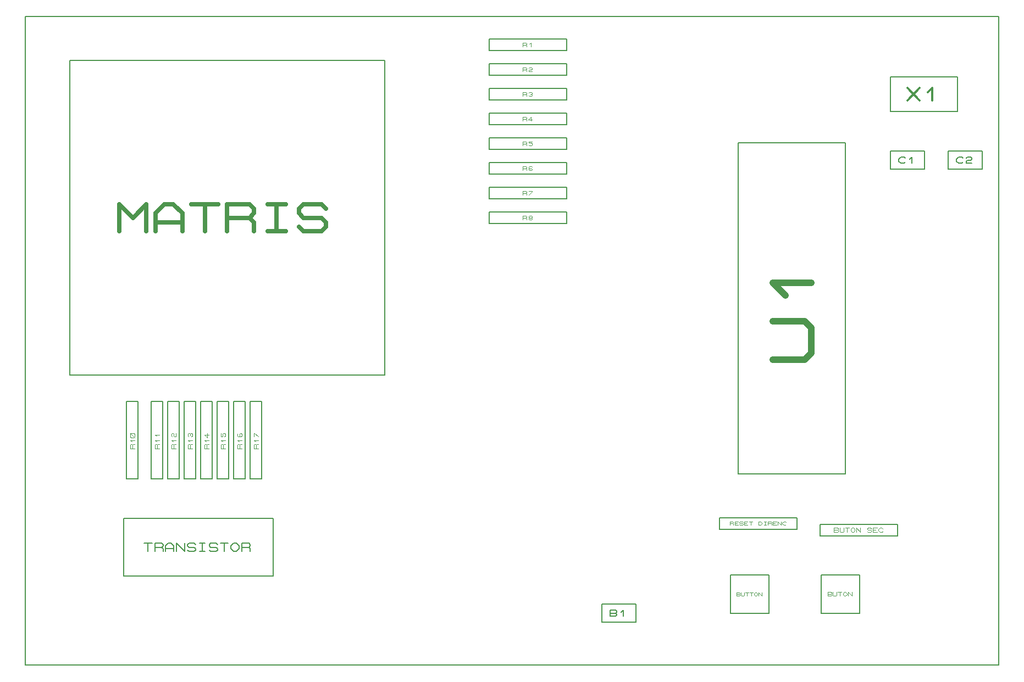
<source format=gbr>
G04 PROTEUS GERBER X2 FILE*
%TF.GenerationSoftware,Labcenter,Proteus,8.5-SP0-Build22067*%
%TF.CreationDate,2018-12-10T22:23:18+00:00*%
%TF.FileFunction,AssemblyDrawing,Top*%
%TF.FilePolarity,Positive*%
%TF.Part,Single*%
%FSLAX45Y45*%
%MOMM*%
G01*
%TA.AperFunction,Profile*%
%ADD17C,0.203200*%
%ADD27C,0.692330*%
%TA.AperFunction,Material*%
%ADD71C,0.203200*%
%ADD28C,0.990600*%
%ADD29C,0.316990*%
%ADD72C,0.164590*%
%ADD73C,0.106680*%
%ADD30C,0.209660*%
%ADD31C,0.098630*%
%ADD32C,0.091830*%
%ADD33C,0.084540*%
D17*
X-7750000Y-5500000D02*
X+7250000Y-5500000D01*
X+7250000Y+4500000D01*
X-7750000Y+4500000D01*
X-7750000Y-5500000D01*
X-7058660Y-1026160D02*
X-2212340Y-1026160D01*
X-2212340Y+3820160D01*
X-7058660Y+3820160D01*
X-7058660Y-1026160D01*
D27*
X-6297092Y+1189301D02*
X-6297092Y+1604699D01*
X-6089393Y+1397000D01*
X-5881694Y+1604699D01*
X-5881694Y+1189301D01*
X-5743228Y+1189301D02*
X-5743228Y+1466233D01*
X-5604762Y+1604699D01*
X-5466296Y+1604699D01*
X-5327830Y+1466233D01*
X-5327830Y+1189301D01*
X-5743228Y+1327767D02*
X-5327830Y+1327767D01*
X-5189364Y+1604699D02*
X-4773966Y+1604699D01*
X-4981665Y+1604699D02*
X-4981665Y+1189301D01*
X-4635500Y+1189301D02*
X-4635500Y+1604699D01*
X-4289335Y+1604699D01*
X-4220102Y+1535466D01*
X-4220102Y+1466233D01*
X-4289335Y+1397000D01*
X-4635500Y+1397000D01*
X-4289335Y+1397000D02*
X-4220102Y+1327767D01*
X-4220102Y+1189301D01*
X-4012403Y+1604699D02*
X-3735471Y+1604699D01*
X-3873937Y+1604699D02*
X-3873937Y+1189301D01*
X-4012403Y+1189301D02*
X-3735471Y+1189301D01*
X-3527772Y+1258534D02*
X-3458539Y+1189301D01*
X-3181607Y+1189301D01*
X-3112374Y+1258534D01*
X-3112374Y+1327767D01*
X-3181607Y+1397000D01*
X-3458539Y+1397000D01*
X-3527772Y+1466233D01*
X-3527772Y+1535466D01*
X-3458539Y+1604699D01*
X-3181607Y+1604699D01*
X-3112374Y+1535466D01*
D71*
X+3238500Y-2550160D02*
X+4889500Y-2550160D01*
X+4889500Y+2550160D01*
X+3238500Y+2550160D01*
X+3238500Y-2550160D01*
D28*
X+3766820Y-792480D02*
X+4262120Y-792480D01*
X+4361180Y-693420D01*
X+4361180Y-297180D01*
X+4262120Y-198120D01*
X+3766820Y-198120D01*
X+3964940Y+198120D02*
X+3766820Y+396240D01*
X+4361180Y+396240D01*
D71*
X+5577840Y+3037840D02*
X+6614160Y+3037840D01*
X+6614160Y+3566160D01*
X+5577840Y+3566160D01*
X+5577840Y+3037840D01*
D29*
X+5842407Y+3397097D02*
X+6032601Y+3206902D01*
X+5842407Y+3206902D02*
X+6032601Y+3397097D01*
X+6159398Y+3333699D02*
X+6222796Y+3397097D01*
X+6222796Y+3206902D01*
D71*
X+5577840Y+2148840D02*
X+6106160Y+2148840D01*
X+6106160Y+2423160D01*
X+5577840Y+2423160D01*
X+5577840Y+2148840D01*
D72*
X+5809081Y+2253081D02*
X+5792622Y+2236622D01*
X+5743245Y+2236622D01*
X+5710327Y+2269540D01*
X+5710327Y+2302459D01*
X+5743245Y+2335377D01*
X+5792622Y+2335377D01*
X+5809081Y+2318918D01*
X+5874918Y+2302459D02*
X+5907836Y+2335377D01*
X+5907836Y+2236622D01*
D71*
X+6466840Y+2148840D02*
X+6995160Y+2148840D01*
X+6995160Y+2423160D01*
X+6466840Y+2423160D01*
X+6466840Y+2148840D01*
D72*
X+6698081Y+2253081D02*
X+6681622Y+2236622D01*
X+6632245Y+2236622D01*
X+6599327Y+2269540D01*
X+6599327Y+2302459D01*
X+6632245Y+2335377D01*
X+6681622Y+2335377D01*
X+6698081Y+2318918D01*
X+6747459Y+2318918D02*
X+6763918Y+2335377D01*
X+6813295Y+2335377D01*
X+6829754Y+2318918D01*
X+6829754Y+2302459D01*
X+6813295Y+2286000D01*
X+6763918Y+2286000D01*
X+6747459Y+2269540D01*
X+6747459Y+2236622D01*
X+6829754Y+2236622D01*
D71*
X-596900Y+3975100D02*
X+596900Y+3975100D01*
X+596900Y+4152900D01*
X-596900Y+4152900D01*
X-596900Y+3975100D01*
D73*
X-85344Y+4031996D02*
X-85344Y+4096004D01*
X-32004Y+4096004D01*
X-21336Y+4085336D01*
X-21336Y+4074668D01*
X-32004Y+4064000D01*
X-85344Y+4064000D01*
X-32004Y+4064000D02*
X-21336Y+4053332D01*
X-21336Y+4031996D01*
X+21336Y+4074668D02*
X+42672Y+4096004D01*
X+42672Y+4031996D01*
D71*
X-596900Y+3594100D02*
X+596900Y+3594100D01*
X+596900Y+3771900D01*
X-596900Y+3771900D01*
X-596900Y+3594100D01*
D73*
X-85344Y+3650996D02*
X-85344Y+3715004D01*
X-32004Y+3715004D01*
X-21336Y+3704336D01*
X-21336Y+3693668D01*
X-32004Y+3683000D01*
X-85344Y+3683000D01*
X-32004Y+3683000D02*
X-21336Y+3672332D01*
X-21336Y+3650996D01*
X+10668Y+3704336D02*
X+21336Y+3715004D01*
X+53340Y+3715004D01*
X+64008Y+3704336D01*
X+64008Y+3693668D01*
X+53340Y+3683000D01*
X+21336Y+3683000D01*
X+10668Y+3672332D01*
X+10668Y+3650996D01*
X+64008Y+3650996D01*
D71*
X-596900Y+3213100D02*
X+596900Y+3213100D01*
X+596900Y+3390900D01*
X-596900Y+3390900D01*
X-596900Y+3213100D01*
D73*
X-85344Y+3269996D02*
X-85344Y+3334004D01*
X-32004Y+3334004D01*
X-21336Y+3323336D01*
X-21336Y+3312668D01*
X-32004Y+3302000D01*
X-85344Y+3302000D01*
X-32004Y+3302000D02*
X-21336Y+3291332D01*
X-21336Y+3269996D01*
X+10668Y+3323336D02*
X+21336Y+3334004D01*
X+53340Y+3334004D01*
X+64008Y+3323336D01*
X+64008Y+3312668D01*
X+53340Y+3302000D01*
X+64008Y+3291332D01*
X+64008Y+3280664D01*
X+53340Y+3269996D01*
X+21336Y+3269996D01*
X+10668Y+3280664D01*
X+32004Y+3302000D02*
X+53340Y+3302000D01*
D71*
X-596900Y+2832100D02*
X+596900Y+2832100D01*
X+596900Y+3009900D01*
X-596900Y+3009900D01*
X-596900Y+2832100D01*
D73*
X-85344Y+2888996D02*
X-85344Y+2953004D01*
X-32004Y+2953004D01*
X-21336Y+2942336D01*
X-21336Y+2931668D01*
X-32004Y+2921000D01*
X-85344Y+2921000D01*
X-32004Y+2921000D02*
X-21336Y+2910332D01*
X-21336Y+2888996D01*
X+64008Y+2910332D02*
X+0Y+2910332D01*
X+42672Y+2953004D01*
X+42672Y+2888996D01*
D71*
X-596900Y+2451100D02*
X+596900Y+2451100D01*
X+596900Y+2628900D01*
X-596900Y+2628900D01*
X-596900Y+2451100D01*
D73*
X-85344Y+2507996D02*
X-85344Y+2572004D01*
X-32004Y+2572004D01*
X-21336Y+2561336D01*
X-21336Y+2550668D01*
X-32004Y+2540000D01*
X-85344Y+2540000D01*
X-32004Y+2540000D02*
X-21336Y+2529332D01*
X-21336Y+2507996D01*
X+64008Y+2572004D02*
X+10668Y+2572004D01*
X+10668Y+2550668D01*
X+53340Y+2550668D01*
X+64008Y+2540000D01*
X+64008Y+2518664D01*
X+53340Y+2507996D01*
X+21336Y+2507996D01*
X+10668Y+2518664D01*
D71*
X-596900Y+2070100D02*
X+596900Y+2070100D01*
X+596900Y+2247900D01*
X-596900Y+2247900D01*
X-596900Y+2070100D01*
D73*
X-85344Y+2126996D02*
X-85344Y+2191004D01*
X-32004Y+2191004D01*
X-21336Y+2180336D01*
X-21336Y+2169668D01*
X-32004Y+2159000D01*
X-85344Y+2159000D01*
X-32004Y+2159000D02*
X-21336Y+2148332D01*
X-21336Y+2126996D01*
X+64008Y+2180336D02*
X+53340Y+2191004D01*
X+21336Y+2191004D01*
X+10668Y+2180336D01*
X+10668Y+2137664D01*
X+21336Y+2126996D01*
X+53340Y+2126996D01*
X+64008Y+2137664D01*
X+64008Y+2148332D01*
X+53340Y+2159000D01*
X+10668Y+2159000D01*
D71*
X-596900Y+1689100D02*
X+596900Y+1689100D01*
X+596900Y+1866900D01*
X-596900Y+1866900D01*
X-596900Y+1689100D01*
D73*
X-85344Y+1745996D02*
X-85344Y+1810004D01*
X-32004Y+1810004D01*
X-21336Y+1799336D01*
X-21336Y+1788668D01*
X-32004Y+1778000D01*
X-85344Y+1778000D01*
X-32004Y+1778000D02*
X-21336Y+1767332D01*
X-21336Y+1745996D01*
X+10668Y+1810004D02*
X+64008Y+1810004D01*
X+64008Y+1799336D01*
X+10668Y+1745996D01*
D71*
X-596900Y+1308100D02*
X+596900Y+1308100D01*
X+596900Y+1485900D01*
X-596900Y+1485900D01*
X-596900Y+1308100D01*
D73*
X-85344Y+1364996D02*
X-85344Y+1429004D01*
X-32004Y+1429004D01*
X-21336Y+1418336D01*
X-21336Y+1407668D01*
X-32004Y+1397000D01*
X-85344Y+1397000D01*
X-32004Y+1397000D02*
X-21336Y+1386332D01*
X-21336Y+1364996D01*
X+21336Y+1397000D02*
X+10668Y+1407668D01*
X+10668Y+1418336D01*
X+21336Y+1429004D01*
X+53340Y+1429004D01*
X+64008Y+1418336D01*
X+64008Y+1407668D01*
X+53340Y+1397000D01*
X+21336Y+1397000D01*
X+10668Y+1386332D01*
X+10668Y+1375664D01*
X+21336Y+1364996D01*
X+53340Y+1364996D01*
X+64008Y+1375664D01*
X+64008Y+1386332D01*
X+53340Y+1397000D01*
D71*
X-6233160Y-4127500D02*
X-3926840Y-4127500D01*
X-3926840Y-3238500D01*
X-6233160Y-3238500D01*
X-6233160Y-4127500D01*
D30*
X-5918660Y-3620100D02*
X-5792861Y-3620100D01*
X-5855761Y-3620100D02*
X-5855761Y-3745899D01*
X-5750928Y-3745899D02*
X-5750928Y-3620100D01*
X-5646096Y-3620100D01*
X-5625129Y-3641067D01*
X-5625129Y-3662033D01*
X-5646096Y-3683000D01*
X-5750928Y-3683000D01*
X-5646096Y-3683000D02*
X-5625129Y-3703966D01*
X-5625129Y-3745899D01*
X-5583196Y-3745899D02*
X-5583196Y-3662033D01*
X-5541263Y-3620100D01*
X-5499330Y-3620100D01*
X-5457397Y-3662033D01*
X-5457397Y-3745899D01*
X-5583196Y-3703966D02*
X-5457397Y-3703966D01*
X-5415464Y-3745899D02*
X-5415464Y-3620100D01*
X-5289665Y-3745899D01*
X-5289665Y-3620100D01*
X-5247732Y-3724933D02*
X-5226766Y-3745899D01*
X-5142900Y-3745899D01*
X-5121933Y-3724933D01*
X-5121933Y-3703966D01*
X-5142900Y-3683000D01*
X-5226766Y-3683000D01*
X-5247732Y-3662033D01*
X-5247732Y-3641067D01*
X-5226766Y-3620100D01*
X-5142900Y-3620100D01*
X-5121933Y-3641067D01*
X-5059034Y-3620100D02*
X-4975168Y-3620100D01*
X-5017101Y-3620100D02*
X-5017101Y-3745899D01*
X-5059034Y-3745899D02*
X-4975168Y-3745899D01*
X-4912268Y-3724933D02*
X-4891302Y-3745899D01*
X-4807436Y-3745899D01*
X-4786469Y-3724933D01*
X-4786469Y-3703966D01*
X-4807436Y-3683000D01*
X-4891302Y-3683000D01*
X-4912268Y-3662033D01*
X-4912268Y-3641067D01*
X-4891302Y-3620100D01*
X-4807436Y-3620100D01*
X-4786469Y-3641067D01*
X-4744536Y-3620100D02*
X-4618737Y-3620100D01*
X-4681637Y-3620100D02*
X-4681637Y-3745899D01*
X-4576804Y-3662033D02*
X-4534871Y-3620100D01*
X-4492938Y-3620100D01*
X-4451005Y-3662033D01*
X-4451005Y-3703966D01*
X-4492938Y-3745899D01*
X-4534871Y-3745899D01*
X-4576804Y-3703966D01*
X-4576804Y-3662033D01*
X-4409072Y-3745899D02*
X-4409072Y-3620100D01*
X-4304240Y-3620100D01*
X-4283273Y-3641067D01*
X-4283273Y-3662033D01*
X-4304240Y-3683000D01*
X-4409072Y-3683000D01*
X-4304240Y-3683000D02*
X-4283273Y-3703966D01*
X-4283273Y-3745899D01*
D71*
X-6184900Y-2628900D02*
X-6007100Y-2628900D01*
X-6007100Y-1435100D01*
X-6184900Y-1435100D01*
X-6184900Y-2628900D01*
D73*
X-6063996Y-2160016D02*
X-6128004Y-2160016D01*
X-6128004Y-2106676D01*
X-6117336Y-2096008D01*
X-6106668Y-2096008D01*
X-6096000Y-2106676D01*
X-6096000Y-2160016D01*
X-6096000Y-2106676D02*
X-6085332Y-2096008D01*
X-6063996Y-2096008D01*
X-6106668Y-2053336D02*
X-6128004Y-2032000D01*
X-6063996Y-2032000D01*
X-6074664Y-1989328D02*
X-6117336Y-1989328D01*
X-6128004Y-1978660D01*
X-6128004Y-1935988D01*
X-6117336Y-1925320D01*
X-6074664Y-1925320D01*
X-6063996Y-1935988D01*
X-6063996Y-1978660D01*
X-6074664Y-1989328D01*
X-6063996Y-1989328D02*
X-6128004Y-1925320D01*
D71*
X-5803900Y-2628900D02*
X-5626100Y-2628900D01*
X-5626100Y-1435100D01*
X-5803900Y-1435100D01*
X-5803900Y-2628900D01*
D73*
X-5682996Y-2160016D02*
X-5747004Y-2160016D01*
X-5747004Y-2106676D01*
X-5736336Y-2096008D01*
X-5725668Y-2096008D01*
X-5715000Y-2106676D01*
X-5715000Y-2160016D01*
X-5715000Y-2106676D02*
X-5704332Y-2096008D01*
X-5682996Y-2096008D01*
X-5725668Y-2053336D02*
X-5747004Y-2032000D01*
X-5682996Y-2032000D01*
X-5725668Y-1967992D02*
X-5747004Y-1946656D01*
X-5682996Y-1946656D01*
D71*
X-5549900Y-2628900D02*
X-5372100Y-2628900D01*
X-5372100Y-1435100D01*
X-5549900Y-1435100D01*
X-5549900Y-2628900D01*
D73*
X-5428996Y-2160016D02*
X-5493004Y-2160016D01*
X-5493004Y-2106676D01*
X-5482336Y-2096008D01*
X-5471668Y-2096008D01*
X-5461000Y-2106676D01*
X-5461000Y-2160016D01*
X-5461000Y-2106676D02*
X-5450332Y-2096008D01*
X-5428996Y-2096008D01*
X-5471668Y-2053336D02*
X-5493004Y-2032000D01*
X-5428996Y-2032000D01*
X-5482336Y-1978660D02*
X-5493004Y-1967992D01*
X-5493004Y-1935988D01*
X-5482336Y-1925320D01*
X-5471668Y-1925320D01*
X-5461000Y-1935988D01*
X-5461000Y-1967992D01*
X-5450332Y-1978660D01*
X-5428996Y-1978660D01*
X-5428996Y-1925320D01*
D71*
X-5295900Y-2628900D02*
X-5118100Y-2628900D01*
X-5118100Y-1435100D01*
X-5295900Y-1435100D01*
X-5295900Y-2628900D01*
D73*
X-5174996Y-2160016D02*
X-5239004Y-2160016D01*
X-5239004Y-2106676D01*
X-5228336Y-2096008D01*
X-5217668Y-2096008D01*
X-5207000Y-2106676D01*
X-5207000Y-2160016D01*
X-5207000Y-2106676D02*
X-5196332Y-2096008D01*
X-5174996Y-2096008D01*
X-5217668Y-2053336D02*
X-5239004Y-2032000D01*
X-5174996Y-2032000D01*
X-5228336Y-1978660D02*
X-5239004Y-1967992D01*
X-5239004Y-1935988D01*
X-5228336Y-1925320D01*
X-5217668Y-1925320D01*
X-5207000Y-1935988D01*
X-5196332Y-1925320D01*
X-5185664Y-1925320D01*
X-5174996Y-1935988D01*
X-5174996Y-1967992D01*
X-5185664Y-1978660D01*
X-5207000Y-1957324D02*
X-5207000Y-1935988D01*
D71*
X-5041900Y-2628900D02*
X-4864100Y-2628900D01*
X-4864100Y-1435100D01*
X-5041900Y-1435100D01*
X-5041900Y-2628900D01*
D73*
X-4920996Y-2160016D02*
X-4985004Y-2160016D01*
X-4985004Y-2106676D01*
X-4974336Y-2096008D01*
X-4963668Y-2096008D01*
X-4953000Y-2106676D01*
X-4953000Y-2160016D01*
X-4953000Y-2106676D02*
X-4942332Y-2096008D01*
X-4920996Y-2096008D01*
X-4963668Y-2053336D02*
X-4985004Y-2032000D01*
X-4920996Y-2032000D01*
X-4942332Y-1925320D02*
X-4942332Y-1989328D01*
X-4985004Y-1946656D01*
X-4920996Y-1946656D01*
D71*
X-4787900Y-2628900D02*
X-4610100Y-2628900D01*
X-4610100Y-1435100D01*
X-4787900Y-1435100D01*
X-4787900Y-2628900D01*
D73*
X-4666996Y-2160016D02*
X-4731004Y-2160016D01*
X-4731004Y-2106676D01*
X-4720336Y-2096008D01*
X-4709668Y-2096008D01*
X-4699000Y-2106676D01*
X-4699000Y-2160016D01*
X-4699000Y-2106676D02*
X-4688332Y-2096008D01*
X-4666996Y-2096008D01*
X-4709668Y-2053336D02*
X-4731004Y-2032000D01*
X-4666996Y-2032000D01*
X-4731004Y-1925320D02*
X-4731004Y-1978660D01*
X-4709668Y-1978660D01*
X-4709668Y-1935988D01*
X-4699000Y-1925320D01*
X-4677664Y-1925320D01*
X-4666996Y-1935988D01*
X-4666996Y-1967992D01*
X-4677664Y-1978660D01*
D71*
X-4533900Y-2628900D02*
X-4356100Y-2628900D01*
X-4356100Y-1435100D01*
X-4533900Y-1435100D01*
X-4533900Y-2628900D01*
D73*
X-4412996Y-2160016D02*
X-4477004Y-2160016D01*
X-4477004Y-2106676D01*
X-4466336Y-2096008D01*
X-4455668Y-2096008D01*
X-4445000Y-2106676D01*
X-4445000Y-2160016D01*
X-4445000Y-2106676D02*
X-4434332Y-2096008D01*
X-4412996Y-2096008D01*
X-4455668Y-2053336D02*
X-4477004Y-2032000D01*
X-4412996Y-2032000D01*
X-4466336Y-1925320D02*
X-4477004Y-1935988D01*
X-4477004Y-1967992D01*
X-4466336Y-1978660D01*
X-4423664Y-1978660D01*
X-4412996Y-1967992D01*
X-4412996Y-1935988D01*
X-4423664Y-1925320D01*
X-4434332Y-1925320D01*
X-4445000Y-1935988D01*
X-4445000Y-1978660D01*
D71*
X-4279900Y-2628900D02*
X-4102100Y-2628900D01*
X-4102100Y-1435100D01*
X-4279900Y-1435100D01*
X-4279900Y-2628900D01*
D73*
X-4158996Y-2160016D02*
X-4223004Y-2160016D01*
X-4223004Y-2106676D01*
X-4212336Y-2096008D01*
X-4201668Y-2096008D01*
X-4191000Y-2106676D01*
X-4191000Y-2160016D01*
X-4191000Y-2106676D02*
X-4180332Y-2096008D01*
X-4158996Y-2096008D01*
X-4201668Y-2053336D02*
X-4223004Y-2032000D01*
X-4158996Y-2032000D01*
X-4223004Y-1978660D02*
X-4223004Y-1925320D01*
X-4212336Y-1925320D01*
X-4158996Y-1978660D01*
D71*
X+1132840Y-4836160D02*
X+1661160Y-4836160D01*
X+1661160Y-4561840D01*
X+1132840Y-4561840D01*
X+1132840Y-4836160D01*
D72*
X+1265327Y-4748378D02*
X+1265327Y-4649623D01*
X+1347622Y-4649623D01*
X+1364081Y-4666082D01*
X+1364081Y-4682541D01*
X+1347622Y-4699000D01*
X+1364081Y-4715460D01*
X+1364081Y-4731919D01*
X+1347622Y-4748378D01*
X+1265327Y-4748378D01*
X+1265327Y-4699000D02*
X+1347622Y-4699000D01*
X+1429918Y-4682541D02*
X+1462836Y-4649623D01*
X+1462836Y-4748378D01*
D71*
X+4514340Y-4701160D02*
X+5106160Y-4701160D01*
X+5106160Y-4109340D01*
X+4514340Y-4109340D01*
X+4514340Y-4701160D01*
D31*
X+4612980Y-4434841D02*
X+4612980Y-4375660D01*
X+4662297Y-4375660D01*
X+4672161Y-4385523D01*
X+4672161Y-4395387D01*
X+4662297Y-4405250D01*
X+4672161Y-4415114D01*
X+4672161Y-4424978D01*
X+4662297Y-4434841D01*
X+4612980Y-4434841D01*
X+4612980Y-4405250D02*
X+4662297Y-4405250D01*
X+4691888Y-4375660D02*
X+4691888Y-4424978D01*
X+4701751Y-4434841D01*
X+4741205Y-4434841D01*
X+4751069Y-4424978D01*
X+4751069Y-4375660D01*
X+4770796Y-4375660D02*
X+4829977Y-4375660D01*
X+4800386Y-4375660D02*
X+4800386Y-4434841D01*
X+4849704Y-4395387D02*
X+4869431Y-4375660D01*
X+4889158Y-4375660D01*
X+4908885Y-4395387D01*
X+4908885Y-4415114D01*
X+4889158Y-4434841D01*
X+4869431Y-4434841D01*
X+4849704Y-4415114D01*
X+4849704Y-4395387D01*
X+4928612Y-4434841D02*
X+4928612Y-4375660D01*
X+4987793Y-4434841D01*
X+4987793Y-4375660D01*
D71*
X+2951100Y-3402900D02*
X+4144900Y-3402900D01*
X+4144900Y-3225100D01*
X+2951100Y-3225100D01*
X+2951100Y-3402900D01*
D32*
X+3107216Y-3341549D02*
X+3107216Y-3286451D01*
X+3153131Y-3286451D01*
X+3162314Y-3295634D01*
X+3162314Y-3304817D01*
X+3153131Y-3314000D01*
X+3107216Y-3314000D01*
X+3153131Y-3314000D02*
X+3162314Y-3323183D01*
X+3162314Y-3341549D01*
X+3235778Y-3341549D02*
X+3180680Y-3341549D01*
X+3180680Y-3286451D01*
X+3235778Y-3286451D01*
X+3180680Y-3314000D02*
X+3217412Y-3314000D01*
X+3254144Y-3332366D02*
X+3263327Y-3341549D01*
X+3300059Y-3341549D01*
X+3309242Y-3332366D01*
X+3309242Y-3323183D01*
X+3300059Y-3314000D01*
X+3263327Y-3314000D01*
X+3254144Y-3304817D01*
X+3254144Y-3295634D01*
X+3263327Y-3286451D01*
X+3300059Y-3286451D01*
X+3309242Y-3295634D01*
X+3382706Y-3341549D02*
X+3327608Y-3341549D01*
X+3327608Y-3286451D01*
X+3382706Y-3286451D01*
X+3327608Y-3314000D02*
X+3364340Y-3314000D01*
X+3401072Y-3286451D02*
X+3456170Y-3286451D01*
X+3428621Y-3286451D02*
X+3428621Y-3341549D01*
X+3548000Y-3341549D02*
X+3548000Y-3286451D01*
X+3584732Y-3286451D01*
X+3603098Y-3304817D01*
X+3603098Y-3323183D01*
X+3584732Y-3341549D01*
X+3548000Y-3341549D01*
X+3630647Y-3286451D02*
X+3667379Y-3286451D01*
X+3649013Y-3286451D02*
X+3649013Y-3341549D01*
X+3630647Y-3341549D02*
X+3667379Y-3341549D01*
X+3694928Y-3341549D02*
X+3694928Y-3286451D01*
X+3740843Y-3286451D01*
X+3750026Y-3295634D01*
X+3750026Y-3304817D01*
X+3740843Y-3314000D01*
X+3694928Y-3314000D01*
X+3740843Y-3314000D02*
X+3750026Y-3323183D01*
X+3750026Y-3341549D01*
X+3823490Y-3341549D02*
X+3768392Y-3341549D01*
X+3768392Y-3286451D01*
X+3823490Y-3286451D01*
X+3768392Y-3314000D02*
X+3805124Y-3314000D01*
X+3841856Y-3341549D02*
X+3841856Y-3286451D01*
X+3896954Y-3341549D01*
X+3896954Y-3286451D01*
X+3970418Y-3332366D02*
X+3961235Y-3341549D01*
X+3933686Y-3341549D01*
X+3915320Y-3323183D01*
X+3915320Y-3304817D01*
X+3933686Y-3286451D01*
X+3961235Y-3286451D01*
X+3970418Y-3295634D01*
D71*
X+4499100Y-3505900D02*
X+5692900Y-3505900D01*
X+5692900Y-3328100D01*
X+4499100Y-3328100D01*
X+4499100Y-3505900D01*
D73*
X+4711952Y-3449004D02*
X+4711952Y-3384996D01*
X+4765292Y-3384996D01*
X+4775960Y-3395664D01*
X+4775960Y-3406332D01*
X+4765292Y-3417000D01*
X+4775960Y-3427668D01*
X+4775960Y-3438336D01*
X+4765292Y-3449004D01*
X+4711952Y-3449004D01*
X+4711952Y-3417000D02*
X+4765292Y-3417000D01*
X+4797296Y-3384996D02*
X+4797296Y-3438336D01*
X+4807964Y-3449004D01*
X+4850636Y-3449004D01*
X+4861304Y-3438336D01*
X+4861304Y-3384996D01*
X+4882640Y-3384996D02*
X+4946648Y-3384996D01*
X+4914644Y-3384996D02*
X+4914644Y-3449004D01*
X+4967984Y-3406332D02*
X+4989320Y-3384996D01*
X+5010656Y-3384996D01*
X+5031992Y-3406332D01*
X+5031992Y-3427668D01*
X+5010656Y-3449004D01*
X+4989320Y-3449004D01*
X+4967984Y-3427668D01*
X+4967984Y-3406332D01*
X+5053328Y-3449004D02*
X+5053328Y-3384996D01*
X+5117336Y-3449004D01*
X+5117336Y-3384996D01*
X+5224016Y-3438336D02*
X+5234684Y-3449004D01*
X+5277356Y-3449004D01*
X+5288024Y-3438336D01*
X+5288024Y-3427668D01*
X+5277356Y-3417000D01*
X+5234684Y-3417000D01*
X+5224016Y-3406332D01*
X+5224016Y-3395664D01*
X+5234684Y-3384996D01*
X+5277356Y-3384996D01*
X+5288024Y-3395664D01*
X+5373368Y-3449004D02*
X+5309360Y-3449004D01*
X+5309360Y-3384996D01*
X+5373368Y-3384996D01*
X+5309360Y-3417000D02*
X+5352032Y-3417000D01*
X+5458712Y-3438336D02*
X+5448044Y-3449004D01*
X+5416040Y-3449004D01*
X+5394704Y-3427668D01*
X+5394704Y-3406332D01*
X+5416040Y-3384996D01*
X+5448044Y-3384996D01*
X+5458712Y-3395664D01*
D71*
X+3117340Y-4701160D02*
X+3709160Y-4701160D01*
X+3709160Y-4109340D01*
X+3117340Y-4109340D01*
X+3117340Y-4701160D01*
D33*
X+3210342Y-4430613D02*
X+3210342Y-4379886D01*
X+3252614Y-4379886D01*
X+3261069Y-4388341D01*
X+3261069Y-4396795D01*
X+3252614Y-4405250D01*
X+3261069Y-4413704D01*
X+3261069Y-4422159D01*
X+3252614Y-4430613D01*
X+3210342Y-4430613D01*
X+3210342Y-4405250D02*
X+3252614Y-4405250D01*
X+3277978Y-4379886D02*
X+3277978Y-4422159D01*
X+3286432Y-4430613D01*
X+3320250Y-4430613D01*
X+3328705Y-4422159D01*
X+3328705Y-4379886D01*
X+3345614Y-4379886D02*
X+3396341Y-4379886D01*
X+3370977Y-4379886D02*
X+3370977Y-4430613D01*
X+3413250Y-4379886D02*
X+3463977Y-4379886D01*
X+3438613Y-4379886D02*
X+3438613Y-4430613D01*
X+3480886Y-4396795D02*
X+3497795Y-4379886D01*
X+3514704Y-4379886D01*
X+3531613Y-4396795D01*
X+3531613Y-4413704D01*
X+3514704Y-4430613D01*
X+3497795Y-4430613D01*
X+3480886Y-4413704D01*
X+3480886Y-4396795D01*
X+3548522Y-4430613D02*
X+3548522Y-4379886D01*
X+3599249Y-4430613D01*
X+3599249Y-4379886D01*
M02*

</source>
